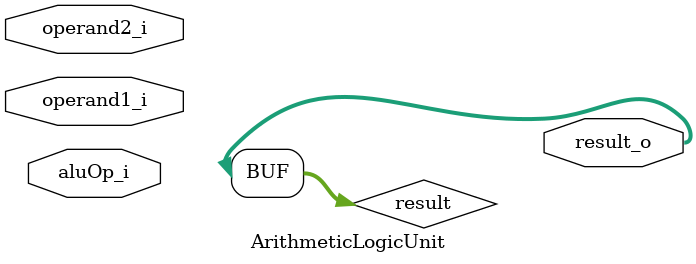
<source format=v>

`include "Pipeline\definitions.vh"

module ArithmeticLogicUnit (
    input wire [31:0] operand1_i, // First operand
    input wire [31:0] operand2_i, // Second operand
    input wire [3:0] aluOp_i, // ALU operation
    output wire [31:0] result_o, // Result
);
    
    // Declare the result wire
    wire [31:0] result;
    
    // Perform the operation based on the aluOp


    assign result_o = result; // Assign the result to the output

endmodule
</source>
